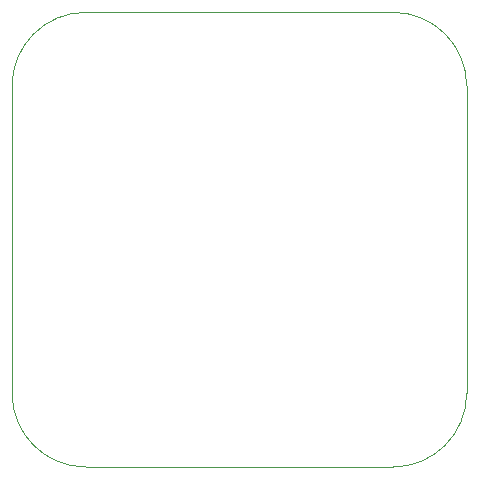
<source format=gm1>
G04 Layer_Color=16711935*
%FSLAX42Y42*%
%MOMM*%
G71*
G01*
G75*
%ADD69C,0.10*%
%ADD70C,0.10*%
D69*
X7671Y2540D02*
D03*
D70*
X4265Y3140D02*
G03*
X4890Y2515I625J0D01*
G01*
X7490D02*
G03*
X8115Y3140I0J625D01*
G01*
Y5740D02*
G03*
X7490Y6365I-625J0D01*
G01*
X4890D02*
G03*
X4265Y5740I0J-625D01*
G01*
X8115Y3140D02*
Y5740D01*
X4890Y6365D02*
X7490D01*
X4265Y3140D02*
Y5740D01*
X4890Y2515D02*
X7490D01*
M02*

</source>
